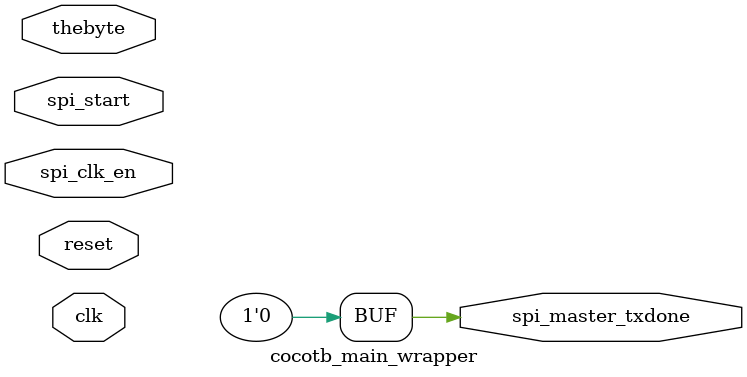
<source format=sv>
`default_nettype none
module cocotb_main_wrapper (
    input  wire       clk,
    input  wire       reset,
    input  wire       spi_start,
    input  wire       spi_clk_en,
    input  wire [7:0] thebyte,
    output wire       spi_master_txdone
);
    wire clk_pixel;
    wire row_latch;
    wire OE;
    wire ROA0;
    wire ROA1;
    wire ROA2;
    wire ROA3;
    wire rgb2_0;
    wire rgb2_1;
    wire rgb2_2;
    wire rgb1_0;
    wire rgb1_1;
    wire rgb1_2;
    wire debugger_txout;
    wire rxdata;

    wire spi_clk;
    wire spi_cs;
`ifdef SPI_ESP32
    wire [3:0] sd_d = {3'b0, rxdata};
`endif

    main u_main (
        .gp11     (clk_pixel),
        .gp12     (row_latch),
        .gp13     (OE),
        .clk_25mhz(clk),
        .gp7      (ROA0),
        .gp8      (ROA1),
        .gp9      (ROA2),
        .gp10     (ROA3),
        .gp0      (rgb1_0),
        .gp1      (rgb1_1),
        .gp2      (rgb1_2),
        .gp3      (rgb2_2),
        .gp4      (rgb2_0),
        .gp5      (rgb2_1),
        .gp14     (1'b0),
        .gp16     (debugger_txout),
        .gp15     (1'b0),
        .gn11     (),
        .gn12     (),
        .gn13     (),
        .gn7      (),
        .gn8      (),
        .gn9      (),
        .gn10     (),
        .gn0      (),
        .gn1      (),
        .gn2      (),
        .gn3      (),
        .gn4      (),
        .gn5      ()
`ifdef SPI,
`ifdef SPI_ESP32
        .sd_d     (sd_d),
        .sd_clk   (spi_clk),
        .sd_cmd   (spi_cs)
`else
        .gp17     (rxdata),
        .gp19     (spi_clk),
        .gp20     (spi_cs)
`endif
`endif
    );

`ifdef SPI
    spi_master #() spimaster (
        .rstb (~reset),
        .clk  (clk && spi_clk_en),
        .mlb  (1'b1),
        .start(spi_start),
        .tdat (thebyte),
        .cdiv (2'b0),
        .din  (1'b0),
        .ss   (spi_cs),
        .sck  (spi_clk),
        .dout (rxdata),
        .done (spi_master_txdone),
        .rdata()
    );
`else
    assign spi_master_txdone = 1'b0;
`endif
endmodule

</source>
